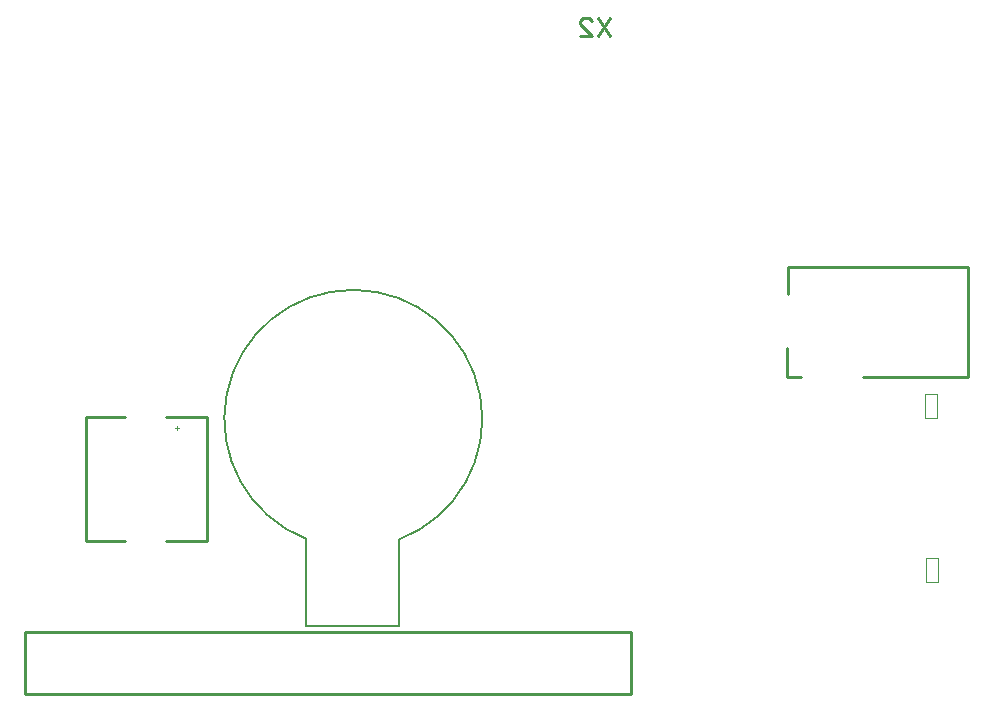
<source format=gbo>
G04 Layer_Color=32896*
%FSLAX44Y44*%
%MOMM*%
G71*
G01*
G75*
%ADD59C,0.2500*%
%ADD60C,0.1000*%
%ADD61C,0.2540*%
%ADD62C,0.2000*%
G36*
X67208Y123262D02*
X68965D01*
Y122522D01*
X67208D01*
Y120784D01*
X66477D01*
Y122522D01*
X64739D01*
Y123262D01*
X66477D01*
Y125000D01*
X67208D01*
Y123262D01*
D02*
G37*
D59*
X-10000Y132500D02*
X22500D01*
X-10000Y27500D02*
Y132500D01*
Y27500D02*
X22500D01*
X57500D02*
X92500D01*
Y131500D01*
Y132500D01*
X57500D02*
X92500D01*
D60*
X700738Y13160D02*
X710898D01*
X700738Y12906D02*
Y13160D01*
X710898Y-7160D02*
Y13160D01*
X700738Y-7160D02*
X710898D01*
X700738D02*
Y13160D01*
X699920Y152124D02*
X710080D01*
X699920Y151870D02*
Y152124D01*
X710080Y131804D02*
Y152124D01*
X699920Y131804D02*
X710080D01*
X699920D02*
Y152124D01*
D61*
X584466Y236344D02*
Y259344D01*
X583466Y166344D02*
Y191344D01*
Y166344D02*
X595466D01*
X647466D02*
X736466D01*
Y259344D01*
X584466D02*
X736466D01*
X451485Y-101555D02*
Y-49455D01*
X194185Y-101555D02*
X451485D01*
X194185Y-49455D02*
X451485D01*
X-61815D02*
X197485D01*
X-61815Y-101555D02*
X197485D01*
X-61815D02*
Y-49455D01*
X433426Y470541D02*
X423269Y455306D01*
Y470541D02*
X433426Y455306D01*
X408034D02*
X418191D01*
X408034Y465463D01*
Y468002D01*
X410573Y470541D01*
X415652D01*
X418191Y468002D01*
D62*
X255001Y29000D02*
G03*
X176132Y29336I-39001J102000D01*
G01*
X255000Y-44252D02*
Y29000D01*
X176000Y-44252D02*
Y29000D01*
Y-44252D02*
X255000D01*
M02*

</source>
